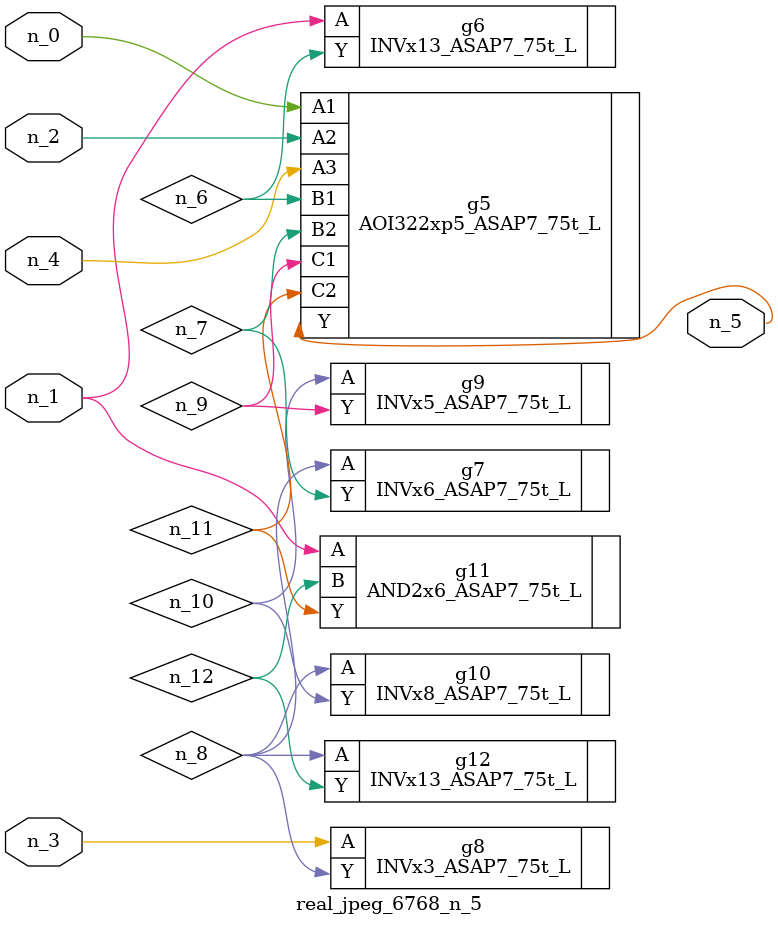
<source format=v>
module real_jpeg_6768_n_5 (n_4, n_0, n_1, n_2, n_3, n_5);

input n_4;
input n_0;
input n_1;
input n_2;
input n_3;

output n_5;

wire n_12;
wire n_8;
wire n_11;
wire n_6;
wire n_7;
wire n_10;
wire n_9;

AOI322xp5_ASAP7_75t_L g5 ( 
.A1(n_0),
.A2(n_2),
.A3(n_4),
.B1(n_6),
.B2(n_7),
.C1(n_9),
.C2(n_11),
.Y(n_5)
);

INVx13_ASAP7_75t_L g6 ( 
.A(n_1),
.Y(n_6)
);

AND2x6_ASAP7_75t_L g11 ( 
.A(n_1),
.B(n_12),
.Y(n_11)
);

INVx3_ASAP7_75t_L g8 ( 
.A(n_3),
.Y(n_8)
);

INVx6_ASAP7_75t_L g7 ( 
.A(n_8),
.Y(n_7)
);

INVx8_ASAP7_75t_L g10 ( 
.A(n_8),
.Y(n_10)
);

INVx13_ASAP7_75t_L g12 ( 
.A(n_8),
.Y(n_12)
);

INVx5_ASAP7_75t_L g9 ( 
.A(n_10),
.Y(n_9)
);


endmodule
</source>
